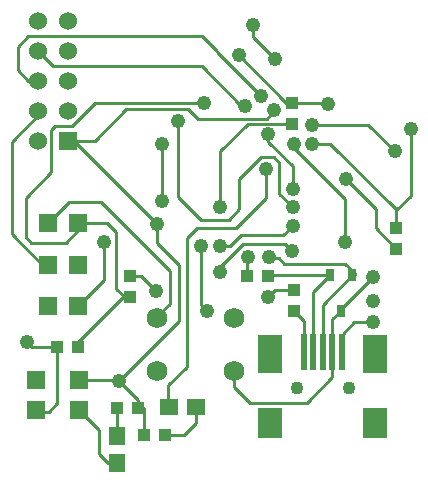
<source format=gbr>
%FSLAX23Y23*%
%MOIN*%
G04 EasyPC Gerber Version 17.0 Build 3379 *
%ADD88R,0.01969X0.12205*%
%ADD80R,0.03150X0.04331*%
%ADD82R,0.03937X0.04291*%
%ADD85R,0.05500X0.06000*%
%ADD89R,0.07874X0.09843*%
%ADD90R,0.07874X0.12992*%
%ADD84R,0.06000X0.06000*%
%ADD92C,0.00984*%
%ADD24C,0.01000*%
%ADD91C,0.04343*%
%ADD23C,0.04800*%
%ADD86C,0.06000*%
%ADD83C,0.06890*%
%ADD81R,0.04291X0.03937*%
%ADD87R,0.06000X0.05500*%
X0Y0D02*
D02*
D23*
X2954Y587D03*
X3212Y918D03*
X3260Y456D03*
X3384Y755D03*
X3386Y980D03*
X3404Y1057D03*
Y1247D03*
X3457Y1322D03*
X3533Y907D03*
X3545Y1382D03*
X3555Y690D03*
X3597Y819D03*
Y905D03*
X3598Y1035D03*
X3660Y1541D03*
X3680Y1374D03*
X3690Y870D03*
X3706Y1642D03*
X3735Y1406D03*
X3751Y1163D03*
X3758Y736D03*
Y1278D03*
X3760Y870D03*
X3778Y1359D03*
X3780Y1528D03*
X3838Y889D03*
X3840Y1035D03*
Y1096D03*
X3840Y973D03*
X3845Y1247D03*
X3904D03*
Y1310D03*
X3956Y1378D03*
X4013Y919D03*
X4017Y1130D03*
X4107Y652D03*
Y723D03*
Y802D03*
X4180Y1222D03*
X4233Y1297D03*
D02*
D24*
X2990Y1457D02*
X2958D01*
X2924Y1491*
Y1570*
X2959Y1605*
X3537*
X3588Y1555*
Y1554*
X3735Y1406*
X3025Y982D02*
X3095Y1053D01*
X3202*
X3431Y823*
Y714*
X3388Y671*
Y667*
X3025Y844D02*
Y836D01*
X3012*
X2903Y945*
Y1254*
X2990Y1341*
Y1357*
X3125Y982D02*
X3221D01*
X3252Y951*
Y764*
X3294Y722*
X3296*
Y735*
X3125Y706D02*
X3212Y793D01*
Y918*
X3125Y568D02*
Y587D01*
X3248Y709*
X3274Y735*
X3296*
X3254Y271D02*
Y367D01*
X3253Y367*
X3457Y1322D02*
Y1069D01*
X3533Y993*
X3626*
X3661Y1028*
Y1129*
X3734Y1202*
X3776*
X3794Y1184*
Y1080*
X3840Y1035*
X3518Y369D02*
Y317D01*
X3476Y275*
X3413*
X3545Y1382D02*
X3182D01*
X3104Y1305*
X3048*
X3035Y1292*
Y1151*
X2951Y1067*
Y936*
X2969Y917*
X3083*
X3125Y959*
Y982*
X3597Y819D02*
Y836D01*
X3673Y912*
X3815*
X3838Y889*
X3597Y905D02*
X3631D01*
X3667Y941*
X3809*
X3840Y973*
X3598Y1035D02*
Y1222D01*
X3690Y1314*
X3823*
X3825Y1312*
X3838*
X3680Y1374D02*
X3668D01*
X3536Y1505*
X3040*
X2990Y1555*
Y1557*
X3690Y870D02*
X3688D01*
Y807*
X3706Y1642D02*
Y1603D01*
X3780Y1528*
X3751Y1163D02*
Y1067D01*
X3650Y965*
X3521*
X3487Y932*
Y504*
X3424Y442*
Y373*
X3428Y369*
X3758Y1278D02*
Y1254D01*
X3840Y1172*
Y1096*
X3760Y870D02*
Y866D01*
X3793*
X3812Y847*
X4015*
X4046Y815*
Y809*
X4038*
X3845Y1247D02*
Y1231D01*
X4013Y1064*
Y919*
X3877Y551D02*
Y656D01*
X3845Y688*
X3904Y1247D02*
X3965D01*
X4184Y1028*
X3904Y1310D02*
X4092D01*
X4180Y1222*
X3908Y551D02*
Y753D01*
X3964Y809*
X3940Y551D02*
Y710D01*
X4038Y809*
X3956Y1378D02*
X3951Y1382D01*
X3838*
X3964Y809D02*
X3760D01*
X3758Y807*
X4003Y551D02*
X4007D01*
Y614*
X4045Y652*
X4107*
X4184Y1028D02*
X4184Y1027D01*
Y967*
X4233Y1297D02*
Y1072D01*
X4188Y1028*
X4184*
D02*
D80*
X3964Y809D03*
X4001Y690D03*
X4038Y809D03*
D02*
D81*
X3055Y568D03*
X3125D03*
X3253Y367D03*
X3323D03*
X3343Y275D03*
X3413D03*
X3688Y807D03*
X3758D03*
D02*
D82*
X3296Y735D03*
Y805D03*
X3838Y1312D03*
Y1382D03*
X3845Y688D03*
Y758D03*
X4184Y897D03*
Y967D03*
D02*
D83*
X3388Y490D03*
Y667D03*
X3644Y490D03*
Y667D03*
D02*
D84*
X2985Y358D03*
Y458D03*
X3025Y982D03*
X3025Y706D03*
Y844D03*
X3090Y1257D03*
X3125Y982D03*
X3125Y706D03*
Y844D03*
X3127Y358D03*
Y458D03*
D02*
D85*
X3254Y181D03*
Y271D03*
D02*
D86*
X2990Y1257D03*
Y1357D03*
Y1457D03*
Y1557D03*
Y1657D03*
X3090Y1357D03*
Y1457D03*
Y1557D03*
Y1657D03*
D02*
D87*
X3428Y369D03*
X3518D03*
D02*
D88*
X3877Y551D03*
X3908D03*
X3940D03*
X3971D03*
X4003D03*
D02*
D89*
X3765Y315D03*
X4115D03*
D02*
D90*
X3765Y547D03*
X4115D03*
D02*
D91*
X3853Y433D03*
X4027D03*
D02*
D92*
X3055Y568D02*
X2972D01*
X2954Y587*
X3055Y568D02*
Y533D01*
X3055Y533*
Y381*
X3027Y353*
X2985*
Y358*
X3090Y1257D02*
X3180D01*
X3285Y1363*
X3490*
X3523Y1330*
X3753*
X3778Y1355*
Y1359*
X3090Y1257D02*
X3104D01*
X3105Y1255*
X3110*
X3386Y980*
X3127Y458D02*
X3258D01*
X3260Y456*
X3254Y181D02*
X3224D01*
X3194Y211*
Y291*
X3127Y358*
X3296Y805D02*
X3334D01*
X3384Y755*
X3323Y367D02*
Y393D01*
X3260Y456*
X3323Y367D02*
X3343D01*
Y275*
X3343*
X3386Y980D02*
Y916D01*
X3461Y841*
Y657*
X3260Y456*
X3404Y1247D02*
Y1057D01*
X3533Y907D02*
Y711D01*
X3555Y690*
X3660Y1541D02*
X3819Y1382D01*
X3838*
X3845Y758D02*
X3780D01*
X3758Y736*
X3971Y551D02*
Y469D01*
X3887Y384*
X3696*
X3644Y436*
Y490*
X3971Y551D02*
Y661D01*
X4001Y690*
Y695*
X4107Y802*
X4184Y897D02*
X4116Y965D01*
Y1030*
X4017Y1129*
Y1130*
X0Y0D02*
M02*

</source>
